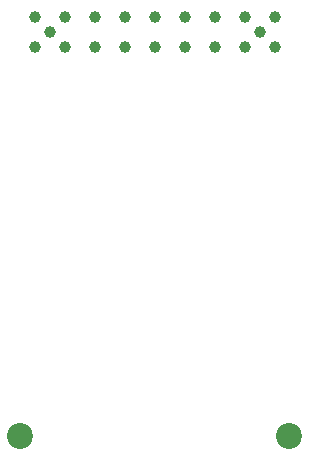
<source format=gbr>
%TF.GenerationSoftware,KiCad,Pcbnew,8.0.3*%
%TF.CreationDate,2024-07-14T16:13:23+03:00*%
%TF.ProjectId,TFT_Adapter,5446545f-4164-4617-9074-65722e6b6963,rev?*%
%TF.SameCoordinates,Original*%
%TF.FileFunction,Soldermask,Bot*%
%TF.FilePolarity,Negative*%
%FSLAX46Y46*%
G04 Gerber Fmt 4.6, Leading zero omitted, Abs format (unit mm)*
G04 Created by KiCad (PCBNEW 8.0.3) date 2024-07-14 16:13:23*
%MOMM*%
%LPD*%
G01*
G04 APERTURE LIST*
%ADD10C,2.200000*%
%ADD11C,1.000000*%
G04 APERTURE END LIST*
D10*
%TO.C,H2*%
X160390000Y-98690000D03*
%TD*%
%TO.C,H1*%
X137610000Y-98690000D03*
%TD*%
D11*
%TO.C,J1*%
X138840000Y-63202000D03*
X138840000Y-65742000D03*
X140110000Y-64472000D03*
X141380000Y-63202000D03*
X141380000Y-65742000D03*
X143920000Y-63202000D03*
X143920000Y-65742000D03*
X146460000Y-63202000D03*
X146460000Y-65742000D03*
X149000000Y-63202000D03*
X149000000Y-65742000D03*
X151540000Y-63202000D03*
X151540000Y-65742000D03*
X154080000Y-63202000D03*
X154080000Y-65742000D03*
X156620000Y-63202000D03*
X156620000Y-65742000D03*
X157890000Y-64472000D03*
X159160000Y-63202000D03*
X159160000Y-65742000D03*
%TD*%
M02*

</source>
